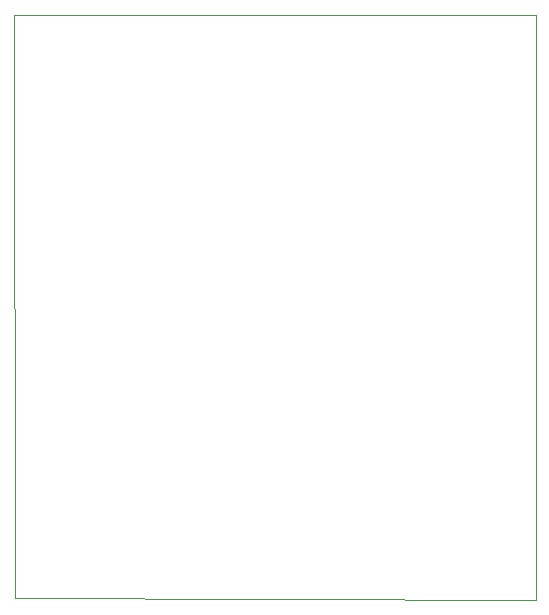
<source format=gbr>
%TF.GenerationSoftware,KiCad,Pcbnew,7.0.7*%
%TF.CreationDate,2024-03-21T17:46:44+00:00*%
%TF.ProjectId,BT401_Digimodes,42543430-315f-4446-9967-696d6f646573,rev?*%
%TF.SameCoordinates,Original*%
%TF.FileFunction,Profile,NP*%
%FSLAX46Y46*%
G04 Gerber Fmt 4.6, Leading zero omitted, Abs format (unit mm)*
G04 Created by KiCad (PCBNEW 7.0.7) date 2024-03-21 17:46:44*
%MOMM*%
%LPD*%
G01*
G04 APERTURE LIST*
%TA.AperFunction,Profile*%
%ADD10C,0.100000*%
%TD*%
G04 APERTURE END LIST*
D10*
X127000000Y-51943000D02*
X171196000Y-51943000D01*
X127127000Y-101346000D02*
X127000000Y-51943000D01*
X171196000Y-51943000D02*
X171196000Y-101473000D01*
X171196000Y-101473000D02*
X127127000Y-101346000D01*
M02*

</source>
